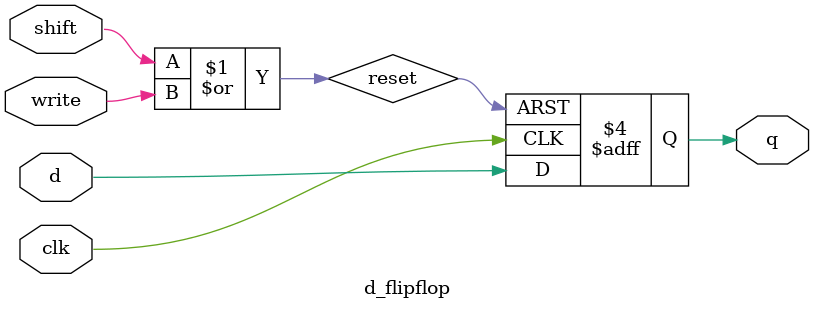
<source format=sv>
`timescale 1ns / 1ps


module d_flipflop(input logic shift, write, clk, d,output logic q);
    logic reset;
    assign reset = shift | write;
    always_ff @(posedge clk, negedge reset) begin
        if (!reset) begin
            q <= 1'b0; // Reset the output to 0 when reset signal is low
        end else begin
            q <= d;
        end
    end
endmodule




</source>
